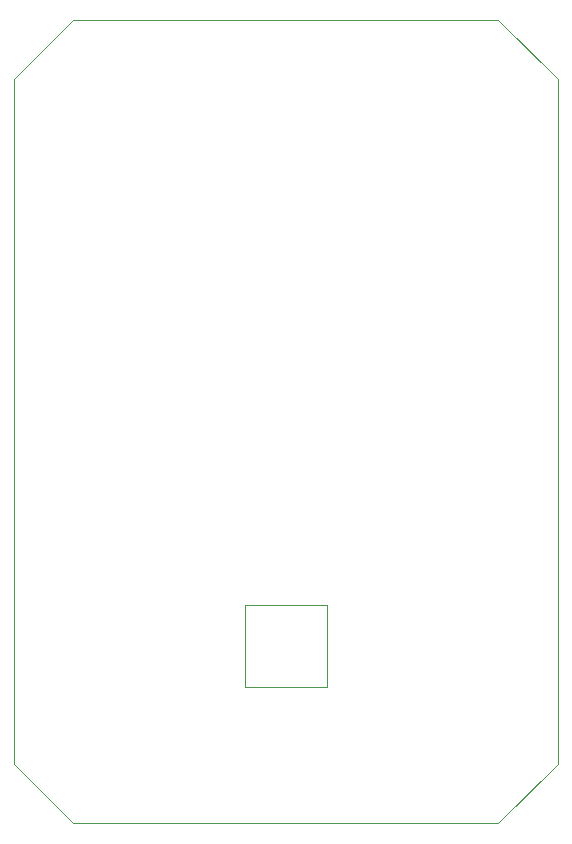
<source format=gbr>
G04 #@! TF.FileFunction,Profile,NP*
%FSLAX46Y46*%
G04 Gerber Fmt 4.6, Leading zero omitted, Abs format (unit mm)*
G04 Created by KiCad (PCBNEW 4.0.5) date 02/22/18 20:10:39*
%MOMM*%
%LPD*%
G01*
G04 APERTURE LIST*
%ADD10C,0.100000*%
G04 APERTURE END LIST*
D10*
X99000000Y-37000000D02*
X94000000Y-42000000D01*
X140000000Y-42000000D02*
X135000000Y-37000000D01*
X99000000Y-105000000D02*
X94000000Y-100000000D01*
X135000000Y-105000000D02*
X140000000Y-100000000D01*
X140000000Y-100000000D02*
X140000000Y-42000000D01*
X94000000Y-42000000D02*
X94000000Y-100000000D01*
X135000000Y-37000000D02*
X99000000Y-37000000D01*
X99000000Y-105000000D02*
X135000000Y-105000000D01*
X120500000Y-93500000D02*
X120500000Y-86500000D01*
X113500000Y-93500000D02*
X120500000Y-93500000D01*
X113500000Y-86500000D02*
X113500000Y-93500000D01*
X113500000Y-86500000D02*
X120500000Y-86500000D01*
M02*

</source>
